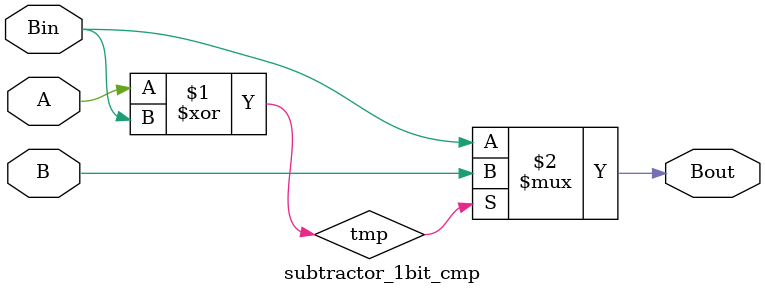
<source format=v>

module subtractor_1bit_cmp (
    input A,
    input B,
    input Bin,
    output Bout
);

    wire tmp;

    // XOR + MUX
    assign tmp = A ^ Bin;
    assign Bout = tmp ? B : Bin;

endmodule
</source>
